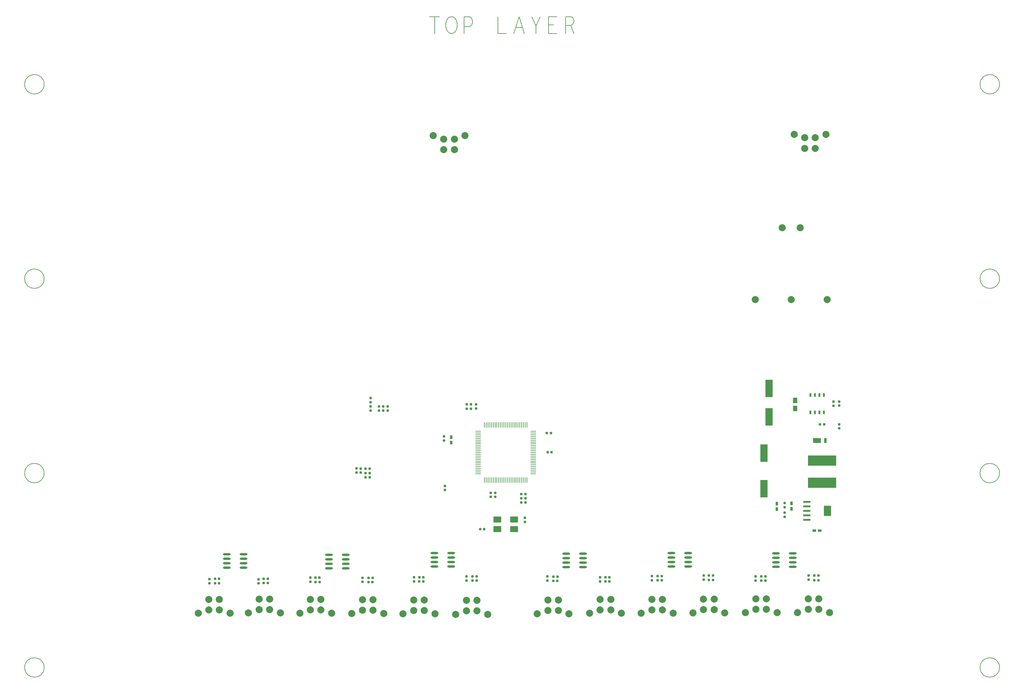
<source format=gbr>
G04 Film Name:    PASTEMASK_TOP*
G04 File Format:  Gerber RS274X*
G04 Origin Date:  Tue Apr 04 16:57:43 2017*
G04 *
G04 Layer:  PIN/PASTEMASK_TOP*
G04 Layer:  PACKAGE GEOMETRY/PASTEMASK_TOP*
G04 Layer:  BOARD GEOMETRY/NCROUTE_PATH*
G04 *
G04 Offset:    (0.0000 0.0000)*
G04 Mirror:    No*
G04 Mode:      Positive*
G04 Rotation:  0*
G04 FullContactRelief:  No*
G04 UndefLineWidth:     0.1500*
G04 ================== end FILE IDENTIFICATION RECORD ====================*
%FSLAX55Y55*MOMM*%
%IR0*IPPOS*OFA0.00000B0.00000*MIA0B0*SFA1.00000B1.00000*%
%ADD26R,.5X1.1*%
%ADD21R,2.X.5*%
%ADD28R,.8X1.4*%
%ADD14O,2.17X.61*%
%ADD18O,.25X1.65*%
%ADD17O,1.65X.25*%
%ADD16R,.762X1.016*%
%ADD23R,1.016X.762*%
%AMMACRO19*
4,1,40,-1.06,.773,
-1.06,-.773,
-1.058306,-.79035,
-1.053626,-.807141,
-1.0461,-.822865,
-1.035958,-.837044,
-1.023509,-.849245,
-1.00913,-.8591,
-.993258,-.866308,
-.976375,-.87065,
-.96,-.872,
.96,-.872,
.977366,-.870481,
.994204,-.865969,
1.010003,-.858602,
1.024282,-.848603,
1.036608,-.836277,
1.046607,-.821997,
1.053974,-.806199,
1.058486,-.789361,
1.06,-.773,
1.06,.773,
1.058306,.79035,
1.053626,.807141,
1.0461,.822865,
1.035958,.837044,
1.023509,.849245,
1.00913,.8591,
.993258,.866308,
.976375,.87065,
.96,.872,
-.96,.872,
-.977366,.870481,
-.994204,.865969,
-1.010003,.858602,
-1.024282,.848603,
-1.036608,.836277,
-1.046607,.821997,
-1.053974,.806199,
-1.058486,.789361,
-1.06,.773,
0.0*
%
%ADD19MACRO19*%
%AMMACRO15*
4,1,40,-.3449,.1999,
-.3449,-.1999,
-.343404,-.217261,
-.338917,-.234099,
-.331574,-.249901,
-.321598,-.264189,
-.309293,-.276527,
-.295032,-.28654,
-.279249,-.293926,
-.262424,-.298458,
-.2451,-.3,
.2451,-.3,
.262456,-.298452,
.279281,-.293914,
.295061,-.286524,
.309318,-.276505,
.321619,-.264163,
.33159,-.249872,
.338928,-.234067,
.34341,-.217228,
.3449,-.1999,
.3449,.1999,
.343404,.217261,
.338917,.234099,
.331574,.249901,
.321598,.264189,
.309293,.276527,
.295032,.28654,
.279249,.293926,
.262424,.298458,
.2451,.3,
-.2451,.3,
-.262456,.298452,
-.279281,.293914,
-.295061,.286524,
-.309318,.276505,
-.321619,.264163,
-.33159,.249872,
-.338928,.234067,
-.34341,.217228,
-.3449,.1999,
0.0*
%
%ADD15MACRO15*%
%AMMACRO13*
4,1,40,.1999,.3449,
-.1999,.3449,
-.217261,.343404,
-.234099,.338917,
-.249901,.331574,
-.264189,.321598,
-.276527,.309293,
-.28654,.295032,
-.293926,.279249,
-.298458,.262424,
-.3,.2451,
-.3,-.2451,
-.298452,-.262456,
-.293914,-.279281,
-.286524,-.295061,
-.276505,-.309318,
-.264163,-.321619,
-.249872,-.33159,
-.234067,-.338928,
-.217228,-.34341,
-.1999,-.3449,
.1999,-.3449,
.217261,-.343404,
.234099,-.338917,
.249901,-.331574,
.264189,-.321598,
.276527,-.309293,
.28654,-.295032,
.293926,-.279249,
.298458,-.262424,
.3,-.2451,
.3,.2451,
.298452,.262456,
.293914,.279281,
.286524,.295061,
.276505,.309318,
.264163,.321619,
.249872,.33159,
.234067,.338928,
.217228,.34341,
.1999,.3449,
0.0*
%
%ADD13MACRO13*%
%ADD27R,2.X3.*%
%ADD20R,2.X5.*%
%ADD25R,2.2X1.4*%
%ADD24R,8.X3.*%
%ADD10C,2.*%
%ADD22R,1.27X1.524*%
%AMMACRO12*
4,1,40,.3449,-.1999,
.3449,.1999,
.343404,.217261,
.338917,.234099,
.331574,.249901,
.321598,.264189,
.309293,.276527,
.295032,.28654,
.279249,.293926,
.262424,.298458,
.2451,.3,
-.2451,.3,
-.262456,.298452,
-.279281,.293914,
-.295061,.286524,
-.309318,.276505,
-.321619,.264163,
-.33159,.249872,
-.338928,.234067,
-.34341,.217228,
-.3449,.1999,
-.3449,-.1999,
-.343404,-.217261,
-.338917,-.234099,
-.331574,-.249901,
-.321598,-.264189,
-.309293,-.276527,
-.295032,-.28654,
-.279249,-.293926,
-.262424,-.298458,
-.2451,-.3,
.2451,-.3,
.262456,-.298452,
.279281,-.293914,
.295061,-.286524,
.309318,-.276505,
.321619,-.264163,
.33159,-.249872,
.338928,-.234067,
.34341,-.217228,
.3449,-.1999,
0.0*
%
%ADD12MACRO12*%
%AMMACRO11*
4,1,40,-.1999,-.3449,
.1999,-.3449,
.217261,-.343404,
.234099,-.338917,
.249901,-.331574,
.264189,-.321598,
.276527,-.309293,
.28654,-.295032,
.293926,-.279249,
.298458,-.262424,
.3,-.2451,
.3,.2451,
.298452,.262456,
.293914,.279281,
.286524,.295061,
.276505,.309318,
.264163,.321619,
.249872,.33159,
.234067,.338928,
.217228,.34341,
.1999,.3449,
-.1999,.3449,
-.217261,.343404,
-.234099,.338917,
-.249901,.331574,
-.264189,.321598,
-.276527,.309293,
-.28654,.295032,
-.293926,.279249,
-.298458,.262424,
-.3,.2451,
-.3,-.2451,
-.298452,-.262456,
-.293914,-.279281,
-.286524,-.295061,
-.276505,-.309318,
-.264163,-.321619,
-.249872,-.33159,
-.234067,-.338928,
-.217228,-.34341,
-.1999,-.3449,
0.0*
%
%ADD11MACRO11*%
%ADD29C,.15*%
G75*
%LPD*%
G75*
G54D10*
X-8870000Y-6717100D03*
X-8570000Y-6622100D03*
Y-6322100D03*
X-8270000Y-6622100D03*
Y-6322100D03*
X-7970000Y-6717100D03*
X-7450000Y-6708300D03*
X-7150000Y-6613300D03*
Y-6313300D03*
X-6850000Y-6613300D03*
Y-6313300D03*
X-6550000Y-6708300D03*
X-6000000Y-6717200D03*
X-5400000Y-6622200D03*
X-5700000D03*
X-5400000Y-6322200D03*
X-5700000D03*
X-5100000Y-6717200D03*
X-4530000Y-6726000D03*
X-4230000Y-6631000D03*
Y-6331000D03*
X-3930000Y-6631000D03*
Y-6331000D03*
X-3630000Y-6726000D03*
X-3080000Y-6734900D03*
X-2780000Y-6639900D03*
Y-6339900D03*
X-2480000Y-6639900D03*
Y-6339900D03*
X-2180000Y-6734900D03*
X-1930000Y6700600D03*
Y6400600D03*
X-2230000Y6795600D03*
X-1590000Y-6743800D03*
X-1630000Y6700600D03*
Y6400600D03*
X-1290000Y-6648800D03*
Y-6348800D03*
X-1330000Y6795600D03*
X-690000Y-6743800D03*
X-990000Y-6648800D03*
Y-6348800D03*
X710000Y-6734900D03*
X1010000Y-6639900D03*
Y-6339900D03*
X1610000Y-6734900D03*
X1310000Y-6639900D03*
Y-6339900D03*
X2190000Y-6717200D03*
X2790000Y-6622200D03*
X2490000D03*
X2790000Y-6322200D03*
X2490000D03*
X3090000Y-6717200D03*
X3650000D03*
X3950000Y-6622200D03*
Y-6322200D03*
X4250000Y-6622200D03*
Y-6322200D03*
X4550000Y-6717200D03*
X5110000Y-6708300D03*
X5410000Y-6613300D03*
Y-6313300D03*
X5710000Y-6613300D03*
Y-6313300D03*
X6010000Y-6708300D03*
X6590000Y-6699400D03*
X6890000Y-6604400D03*
Y-6304400D03*
X6870000Y2155600D03*
X7490000Y-6699400D03*
X7190000Y-6604400D03*
Y-6304400D03*
X7886000Y2155600D03*
X7632000Y4187600D03*
X8070000Y-6699400D03*
X8140000Y4187600D03*
X8270000Y6736100D03*
Y6436100D03*
X7970000Y6831100D03*
X8670000Y-6604400D03*
X8370000D03*
X8670000Y-6304400D03*
X8370000D03*
X8570000Y6736100D03*
Y6436100D03*
X8970000Y-6699400D03*
X8905000Y2155600D03*
X8870000Y6831100D03*
G54D11*
X-8279500Y-5868000D03*
X-8396500D03*
X-7019500Y-5859000D03*
X-6902500D03*
X-5557500Y-5833000D03*
X-5440500D03*
X-3944500Y-5837000D03*
X-4061500D03*
X-2509500Y-5819000D03*
X-2626500D03*
X-1161500Y-931400D03*
X-1278500D03*
X-1161500Y-807000D03*
X-1278500D03*
X-999500Y-5793000D03*
X-1116500D03*
X1162500Y-5801000D03*
X1098500Y-1613100D03*
X981500D03*
X1279500Y-5801000D03*
X2753500Y-5819000D03*
X2636500D03*
X4228500Y-5784000D03*
X4111500D03*
X5678500Y-5770400D03*
X5561500D03*
X7041500Y-5792600D03*
X7158500D03*
X8658500Y-5650500D03*
X8541500D03*
X8818500Y-1373200D03*
X8701500D03*
G54D20*
X7120000Y-3187900D03*
Y-2187900D03*
X7260000Y-1155800D03*
Y-355800D03*
G54D12*
X-8555000Y-5868500D03*
Y-5751500D03*
X-5699000Y-5707500D03*
Y-5824500D03*
X-2772000Y-5698500D03*
Y-5815500D03*
X-1900000Y-3112200D03*
Y-3229200D03*
X-600000Y-3306800D03*
Y-3423800D03*
X-480000Y-3306800D03*
Y-3423800D03*
X999000Y-5676500D03*
Y-5793500D03*
X3952000Y-5667500D03*
Y-5784500D03*
X6880000Y-5671900D03*
Y-5788900D03*
X9240000Y-1368000D03*
Y-1485000D03*
X9080000Y-845400D03*
Y-728400D03*
G54D21*
X8330000Y-4070100D03*
Y-3943100D03*
Y-3816100D03*
Y-3689100D03*
Y-3562100D03*
G54D22*
X8000000Y-690400D03*
Y-919000D03*
G54D13*
X-8396500Y-5744000D03*
X-8279500D03*
X-7021500Y-5739000D03*
X-6904500D03*
X-5560500Y-5708000D03*
X-5443500D03*
X-4058500Y-5717000D03*
X-3941500D03*
X-4138500Y-2870000D03*
X-4021500D03*
X-4138500Y-2747900D03*
X-4021500D03*
X-4138500Y-2628000D03*
X-4021500D03*
X-2622500Y-5699000D03*
X-2505500D03*
X-1120500Y-5673000D03*
X-1003500D03*
X-903500Y-4338000D03*
X-786500D03*
X261500Y-3585100D03*
X378500D03*
X261500Y-3465200D03*
X378500D03*
X261500Y-3345300D03*
X378500D03*
X1166500Y-5682000D03*
X1001500Y-2159400D03*
X1118500D03*
X1283500Y-5682000D03*
X2636500Y-5695000D03*
X2753500D03*
X4115500Y-5664000D03*
X4232500D03*
X5561500Y-5650500D03*
X5678500D03*
X7041500Y-5672700D03*
X7158500D03*
X8541500Y-5779300D03*
X8658500D03*
G54D23*
X8543800Y-4375700D03*
X8696200D03*
G54D14*
X-8058500Y-5427500D03*
Y-5300500D03*
Y-5173500D03*
Y-5046500D03*
X-7585500Y-5173500D03*
Y-5300500D03*
Y-5427500D03*
Y-5046500D03*
X-5171500Y-5445500D03*
Y-5318500D03*
Y-5191500D03*
Y-5064500D03*
X-4698500Y-5445500D03*
Y-5064500D03*
Y-5191500D03*
Y-5318500D03*
X-2196500Y-5392500D03*
Y-5265500D03*
Y-5138500D03*
Y-5011500D03*
X-1723500Y-5138500D03*
Y-5265500D03*
Y-5392500D03*
Y-5011500D03*
X1534500Y-5410500D03*
Y-5283500D03*
Y-5156500D03*
Y-5029500D03*
X2007500Y-5156500D03*
Y-5283500D03*
Y-5410500D03*
Y-5029500D03*
X4501500Y-5392500D03*
Y-5265500D03*
Y-5138500D03*
Y-5011500D03*
X4974500Y-5138500D03*
Y-5265500D03*
Y-5392500D03*
Y-5011500D03*
X7460500Y-5401500D03*
Y-5274500D03*
Y-5147500D03*
Y-5020500D03*
X7933500Y-5147500D03*
Y-5274500D03*
Y-5401500D03*
Y-5020500D03*
G54D24*
X8762000Y-3018500D03*
Y-2393500D03*
G54D15*
X-7161000Y-5871500D03*
Y-5754500D03*
X-4280000Y-2737600D03*
X-4400000Y-2737500D03*
X-4280000Y-2620600D03*
X-4400000Y-2620500D03*
X-4225000Y-5828500D03*
Y-5711500D03*
X-4000000Y-747800D03*
Y-983200D03*
Y-866200D03*
Y-630800D03*
X-3760000Y-983100D03*
Y-866100D03*
X-3520000Y-983100D03*
Y-866100D03*
X-3640000Y-978700D03*
Y-861700D03*
X-1920000Y-1831500D03*
Y-1714500D03*
X-1289000Y-5788500D03*
Y-5671500D03*
X-1020000Y-918800D03*
Y-801800D03*
X360000Y-4132200D03*
Y-4015200D03*
X2491000Y-5815500D03*
Y-5698500D03*
X5414000Y-5766500D03*
Y-5649500D03*
X7700000Y-3990100D03*
Y-3714700D03*
Y-3597700D03*
Y-3873100D03*
X8380000Y-5766700D03*
Y-5649700D03*
X9240000Y-841000D03*
Y-724000D03*
G54D25*
X8615000Y-1826300D03*
G54D16*
X-1720000Y-1736700D03*
Y-1889100D03*
X7480000Y-3615500D03*
Y-3767900D03*
X7900000Y-3611100D03*
Y-3763500D03*
G54D17*
X-957500Y-2767500D03*
Y-2717500D03*
Y-2667500D03*
Y-2617500D03*
Y-2567500D03*
Y-2517500D03*
Y-2467500D03*
Y-2417500D03*
Y-2367500D03*
Y-2317500D03*
Y-2267500D03*
Y-2217500D03*
Y-2167500D03*
Y-2117500D03*
Y-2067500D03*
Y-2017500D03*
Y-1967500D03*
Y-1917500D03*
Y-1867500D03*
Y-1817500D03*
Y-1767500D03*
Y-1717500D03*
Y-1667500D03*
Y-1617500D03*
Y-1567500D03*
X597500Y-2717500D03*
Y-2767500D03*
Y-2367500D03*
Y-2417500D03*
Y-2467500D03*
Y-2517500D03*
Y-2567500D03*
Y-2617500D03*
Y-2667500D03*
Y-1967500D03*
Y-2017500D03*
Y-2067500D03*
Y-2117500D03*
Y-2167500D03*
Y-2217500D03*
Y-2267500D03*
Y-2317500D03*
Y-1567500D03*
Y-1617500D03*
Y-1667500D03*
Y-1717500D03*
Y-1767500D03*
Y-1817500D03*
Y-1867500D03*
Y-1917500D03*
G54D26*
X8429500Y-1034550D03*
X8556500D03*
X8683500D03*
X8556500Y-539250D03*
X8429500D03*
X8683500D03*
X8810500Y-1034550D03*
Y-539250D03*
G54D27*
X8910000Y-3816100D03*
G54D18*
X-780000Y-2945000D03*
Y-1390000D03*
X-380000Y-2945000D03*
X-430000D03*
X-480000D03*
X-530000D03*
X-580000D03*
X-630000D03*
X-680000D03*
X-730000D03*
Y-1390000D03*
X-680000D03*
X-630000D03*
X-580000D03*
X-530000D03*
X-480000D03*
X-430000D03*
X-380000D03*
X20000Y-2945000D03*
X-30000D03*
X-80000D03*
X-130000D03*
X-180000D03*
X-230000D03*
X-280000D03*
X-330000D03*
Y-1390000D03*
X-280000D03*
X-230000D03*
X-180000D03*
X-130000D03*
X-80000D03*
X-30000D03*
X20000D03*
X420000Y-2945000D03*
X370000D03*
X320000D03*
X270000D03*
X220000D03*
X170000D03*
X120000D03*
X70000D03*
Y-1390000D03*
X120000D03*
X170000D03*
X220000D03*
X270000D03*
X320000D03*
X370000D03*
X420000D03*
G54D19*
X-419000Y-4335900D03*
Y-4060300D03*
X59000Y-4335900D03*
Y-4060300D03*
G54D28*
X8855000Y-1826300D03*
G54D29*
G01X-13225000Y-8250000D02*
G03X-13775000I-275000J0D01*
G03X-13225000I275000J0D01*
G01Y-2750000D02*
G03X-13775000I-275000J0D01*
G03X-13225000I275000J0D01*
G01Y2750000D02*
G03X-13775000I-275000J0D01*
G03X-13225000I275000J0D01*
G01Y8250000D02*
G03X-13775000I-275000J0D01*
G03X-13225000I275000J0D01*
G01X-2190090Y10162820D02*
Y9685300D01*
G01X-2327360Y10162820D02*
X-2052800D01*
G01X-1712570Y9685300D02*
X-1760320Y9693260D01*
X-1802090Y9725080D01*
X-1837910Y9772840D01*
X-1861790Y9828550D01*
X-1873730Y9892220D01*
Y9955900D01*
X-1861790Y10019570D01*
X-1837910Y10075280D01*
X-1802090Y10123020D01*
X-1760320Y10154860D01*
X-1712570Y10162820D01*
X-1664810Y10154860D01*
X-1623030Y10123020D01*
X-1587210Y10075280D01*
X-1563330Y10019570D01*
X-1551390Y9955900D01*
Y9892220D01*
X-1563330Y9828550D01*
X-1587210Y9772840D01*
X-1623030Y9725080D01*
X-1664810Y9693260D01*
X-1712570Y9685300D01*
G01X-1354420D02*
Y10162820D01*
X-1211160D01*
X-1163410Y10138930D01*
X-1127590Y10083240D01*
X-1115660Y10019570D01*
X-1127590Y9955900D01*
X-1157440Y9908140D01*
X-1211160Y9884250D01*
X-1354420D01*
G01X-399380Y10162820D02*
Y9685300D01*
X-160620D01*
G01X48290D02*
X197510Y10162820D01*
X346750Y9685300D01*
G01X293020Y9852430D02*
X102010D01*
G01X675030Y9685300D02*
Y9900180D01*
X555660Y10162820D01*
G01X794420D02*
X675030Y9900180D01*
G01X1271940Y9685300D02*
X1033180D01*
Y10162820D01*
X1271940D01*
G01X1176440Y9932020D02*
X1033180D01*
G01X1510700Y9685300D02*
Y10162820D01*
X1659920D01*
X1707680Y10138930D01*
X1737530Y10107110D01*
X1749460Y10043440D01*
X1737530Y9979770D01*
X1701710Y9939980D01*
X1659920Y9916100D01*
X1510700D01*
G01X1659920D02*
X1749460Y9685300D01*
G01X13775000Y-8250000D02*
G03X13225000I-275000J0D01*
G03X13775000I275000J0D01*
G01Y-2750000D02*
G03X13225000I-275000J0D01*
G03X13775000I275000J0D01*
G01Y2750000D02*
G03X13225000I-275000J0D01*
G03X13775000I275000J0D01*
G01Y8250000D02*
G03X13225000I-275000J0D01*
G03X13775000I275000J0D01*
M02*

</source>
